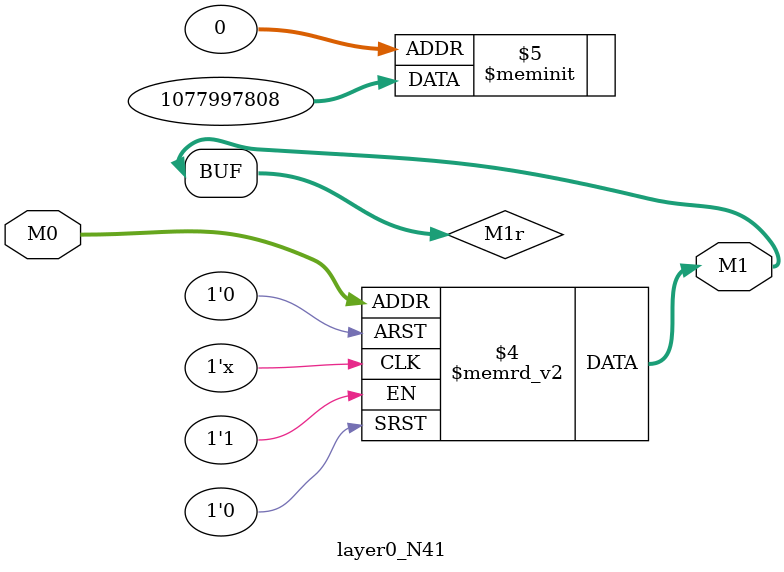
<source format=v>
module layer0_N41 ( input [3:0] M0, output [1:0] M1 );

	(*rom_style = "distributed" *) reg [1:0] M1r;
	assign M1 = M1r;
	always @ (M0) begin
		case (M0)
			4'b0000: M1r = 2'b00;
			4'b1000: M1r = 2'b00;
			4'b0100: M1r = 2'b00;
			4'b1100: M1r = 2'b00;
			4'b0010: M1r = 2'b11;
			4'b1010: M1r = 2'b00;
			4'b0110: M1r = 2'b11;
			4'b1110: M1r = 2'b00;
			4'b0001: M1r = 2'b00;
			4'b1001: M1r = 2'b00;
			4'b0101: M1r = 2'b00;
			4'b1101: M1r = 2'b00;
			4'b0011: M1r = 2'b11;
			4'b1011: M1r = 2'b01;
			4'b0111: M1r = 2'b11;
			4'b1111: M1r = 2'b01;

		endcase
	end
endmodule

</source>
